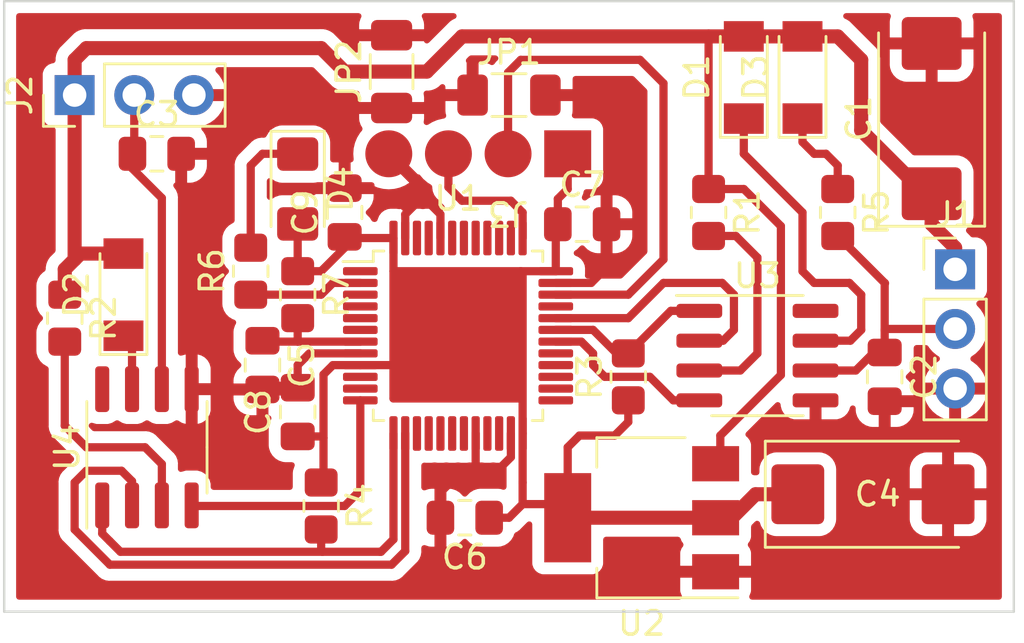
<source format=kicad_pcb>
(kicad_pcb (version 20211014) (generator pcbnew)
  (layers (0 "F.Cu" signal) (31 "B.Cu" signal) (34 "B.Paste" user) (35 "F.Paste" user) (36 "B.SilkS" user "B.Silkscreen") (37 "F.SilkS" user "F.Silkscreen") (38 "B.Mask" user) (39 "F.Mask" user) (44 "Edge.Cuts" user))
  (net 0 "")
  (net 1 "Net-(D1-Pad1)")
  (net 2 "+12V")
  (net 3 "Net-(D2-Pad1)")
  (net 4 "Net-(D3-Pad1)")
  (net 5 "/LIN1")
  (net 6 "GND")
  (net 7 "/LIN2")
  (net 8 "/SWDCLK")
  (net 9 "/SWDIO")
  (net 10 "+3V3")
  (net 11 "Net-(R1-Pad2)")
  (net 12 "Net-(R2-Pad2)")
  (net 13 "/RX1")
  (net 14 "/RX2")
  (net 16 "/LED")
  (net 23 "/TX2")
  (net 24 "/SLP2")
  (net 37 "/TX1")
  (net 38 "/SLP1")
  (net 50 "/RESET")
  (net 51 "Net-(D4-Pad1)")
  (footprint "Capacitor_Tantalum_SMD:CP_EIA-7343-31_Kemet-D_Pad2.25x2.55mm_HandSolder" (layer "F.Cu") (at 37 21)
    (fp_text reference "C4" (at 0.2 0) (layer "F.SilkS"))
    (fp_text value "100u 10V")
    (fp_line (start 3.65 -2.26) (end -4.585 -2.26) (layer "F.SilkS") (width 0.12))
    (fp_line (start -4.585 -2.26) (end -4.585 2.26) (layer "F.SilkS") (width 0.12))
    (fp_line (start -4.585 2.26) (end 3.65 2.26) (layer "F.SilkS") (width 0.12))
    (pad "1" smd roundrect locked (at -3.2 0) (size 2.25 2.55) (layers "F.Cu" "F.Paste" "F.Mask") (roundrect_rratio 0.1111111111) (net 10 "+3V3"))
    (pad "2" smd roundrect locked (at 3.2 0) (size 2.25 2.55) (layers "F.Cu" "F.Paste" "F.Mask") (roundrect_rratio 0.1111111111) (net 6 "GND"))
  )
  (footprint "Diode_SMD:D_MiniMELF" (layer "F.Cu") (at 5.08 12.5 90)
    (fp_text reference "D2" (at 0 -2 90) (layer "F.SilkS"))
    (fp_text value "LL4148")
    (fp_line (start -2.55 -1) (end -2.55 1) (layer "F.SilkS") (width 0.12))
    (fp_line (start 1.75 -1) (end -2.55 -1) (layer "F.SilkS") (width 0.12))
    (fp_line (start -2.55 1) (end 1.75 1) (layer "F.SilkS") (width 0.12))
    (pad "1" smd rect locked (at -1.75 0 90) (size 1.3 1.7) (layers "F.Cu" "F.Paste" "F.Mask") (net 3 "Net-(D2-Pad1)"))
    (pad "2" smd rect locked (at 1.75 0 90) (size 1.3 1.7) (layers "F.Cu" "F.Paste" "F.Mask") (net 2 "+12V"))
  )
  (footprint "Capacitor_SMD:C_0805_2012Metric_Pad1.18x1.45mm_HandSolder" (layer "F.Cu") (at 12.5 17.5 90)
    (fp_text reference "C8" (at 0 -1.68 90) (layer "F.SilkS"))
    (fp_text value "100n")
    (fp_line (start -0.261252 0.735) (end 0.261252 0.735) (layer "F.SilkS") (width 0.12))
    (fp_line (start -0.261252 -0.735) (end 0.261252 -0.735) (layer "F.SilkS") (width 0.12))
    (pad "1" smd roundrect locked (at -1.0375 0 90) (size 1.175 1.45) (layers "F.Cu" "F.Paste" "F.Mask") (roundrect_rratio 0.2127659574) (net 10 "+3V3"))
    (pad "2" smd roundrect locked (at 1.0375 0 90) (size 1.175 1.45) (layers "F.Cu" "F.Paste" "F.Mask") (roundrect_rratio 0.2127659574) (net 6 "GND"))
  )
  (footprint "Package_QFP:LQFP-48_7x7mm_P0.5mm" (layer "F.Cu") (at 19.33 14.25)
    (fp_text reference "U1" (at 0 -5.85) (layer "F.SilkS"))
    (fp_text value "STM32F103C8Tx")
    (fp_line (start 3.61 -3.61) (end 3.61 -3.16) (layer "F.SilkS") (width 0.12))
    (fp_line (start -3.16 -3.61) (end -3.61 -3.61) (layer "F.SilkS") (width 0.12))
    (fp_line (start 3.16 -3.61) (end 3.61 -3.61) (layer "F.SilkS") (width 0.12))
    (fp_line (start -3.61 -3.16) (end -4.9 -3.16) (layer "F.SilkS") (width 0.12))
    (fp_line (start -3.61 3.61) (end -3.61 3.16) (layer "F.SilkS") (width 0.12))
    (fp_line (start 3.61 3.61) (end 3.61 3.16) (layer "F.SilkS") (width 0.12))
    (fp_line (start 3.16 3.61) (end 3.61 3.61) (layer "F.SilkS") (width 0.12))
    (fp_line (start -3.61 -3.61) (end -3.61 -3.16) (layer "F.SilkS") (width 0.12))
    (fp_line (start -3.16 3.61) (end -3.61 3.61) (layer "F.SilkS") (width 0.12))
    (pad "1" smd roundrect (at -4.1625 -2.75) (size 1.475 0.35) (layers "F.Cu" "F.Paste" "F.Mask"))
    (pad "2" smd roundrect (at -4.1625 -2.25) (size 1.475 0.35) (layers "F.Cu" "F.Paste" "F.Mask") (net 16 "/LED"))
    (pad "3" smd roundrect (at -4.1625 -1.75) (size 1.475 0.35) (layers "F.Cu" "F.Paste" "F.Mask"))
    (pad "4" smd roundrect (at -4.1625 -1.25) (size 1.475 0.35) (layers "F.Cu" "F.Paste" "F.Mask"))
    (pad "5" smd roundrect (at -4.1625 -0.75) (size 1.475 0.35) (layers "F.Cu" "F.Paste" "F.Mask"))
    (pad "6" smd roundrect (at -4.1625 -0.25) (size 1.475 0.35) (layers "F.Cu" "F.Paste" "F.Mask"))
    (pad "7" smd roundrect (at -4.1625 0.25) (size 1.475 0.35) (layers "F.Cu" "F.Paste" "F.Mask") (net 50 "/RESET"))
    (pad "8" smd roundrect (at -4.1625 0.75) (size 1.475 0.35) (layers "F.Cu" "F.Paste" "F.Mask") (net 6 "GND"))
    (pad "9" smd roundrect (at -4.1625 1.25) (size 1.475 0.35) (layers "F.Cu" "F.Paste" "F.Mask") (net 10 "+3V3"))
    (pad "10" smd roundrect (at -4.1625 1.75) (size 1.475 0.35) (layers "F.Cu" "F.Paste" "F.Mask"))
    (pad "11" smd roundrect (at -4.1625 2.25) (size 1.475 0.35) (layers "F.Cu" "F.Paste" "F.Mask"))
    (pad "12" smd roundrect (at -4.1625 2.75) (size 1.475 0.35) (layers "F.Cu" "F.Paste" "F.Mask") (net 23 "/TX2"))
    (pad "13" smd roundrect (at -2.75 4.1625) (size 0.35 1.475) (layers "F.Cu" "F.Paste" "F.Mask") (net 14 "/RX2"))
    (pad "14" smd roundrect (at -2.25 4.1625) (size 0.35 1.475) (layers "F.Cu" "F.Paste" "F.Mask") (net 24 "/SLP2"))
    (pad "15" smd roundrect (at -1.75 4.1625) (size 0.35 1.475) (layers "F.Cu" "F.Paste" "F.Mask"))
    (pad "16" smd roundrect (at -1.25 4.1625) (size 0.35 1.475) (layers "F.Cu" "F.Paste" "F.Mask"))
    (pad "17" smd roundrect (at -0.75 4.1625) (size 0.35 1.475) (layers "F.Cu" "F.Paste" "F.Mask"))
    (pad "18" smd roundrect (at -0.25 4.1625) (size 0.35 1.475) (layers "F.Cu" "F.Paste" "F.Mask"))
    (pad "19" smd roundrect (at 0.25 4.1625) (size 0.35 1.475) (layers "F.Cu" "F.Paste" "F.Mask"))
    (pad "20" smd roundrect (at 0.75 4.1625) (size 0.35 1.475) (layers "F.Cu" "F.Paste" "F.Mask") (net 6 "GND"))
    (pad "21" smd roundrect (at 1.25 4.1625) (size 0.35 1.475) (layers "F.Cu" "F.Paste" "F.Mask"))
    (pad "22" smd roundrect (at 1.75 4.1625) (size 0.35 1.475) (layers "F.Cu" "F.Paste" "F.Mask"))
    (pad "23" smd roundrect (at 2.25 4.1625) (size 0.35 1.475) (layers "F.Cu" "F.Paste" "F.Mask") (net 6 "GND"))
    (pad "24" smd roundrect (at 2.75 4.1625) (size 0.35 1.475) (layers "F.Cu" "F.Paste" "F.Mask") (net 10 "+3V3"))
    (pad "25" smd roundrect (at 4.1625 2.75) (size 1.475 0.35) (layers "F.Cu" "F.Paste" "F.Mask"))
    (pad "26" smd roundrect (at 4.1625 2.25) (size 1.475 0.35) (layers "F.Cu" "F.Paste" "F.Mask"))
    (pad "27" smd roundrect (at 4.1625 1.75) (size 1.475 0.35) (layers "F.Cu" "F.Paste" "F.Mask"))
    (pad "28" smd roundrect (at 4.1625 1.25) (size 1.475 0.35) (layers "F.Cu" "F.Paste" "F.Mask"))
    (pad "29" smd roundrect (at 4.1625 0.75) (size 1.475 0.35) (layers "F.Cu" "F.Paste" "F.Mask"))
    (pad "30" smd roundrect (at 4.1625 0.25) (size 1.475 0.35) (layers "F.Cu" "F.Paste" "F.Mask") (net 37 "/TX1"))
    (pad "31" smd roundrect (at 4.1625 -0.25) (size 1.475 0.35) (layers "F.Cu" "F.Paste" "F.Mask") (net 13 "/RX1"))
    (pad "32" smd roundrect (at 4.1625 -0.75) (size 1.475 0.35) (layers "F.Cu" "F.Paste" "F.Mask") (net 38 "/SLP1"))
    (pad "33" smd roundrect (at 4.1625 -1.25) (size 1.475 0.35) (layers "F.Cu" "F.Paste" "F.Mask"))
    (pad "34" smd roundrect (at 4.1625 -1.75) (size 1.475 0.35) (layers "F.Cu" "F.Paste" "F.Mask") (net 9 "/SWDIO"))
    (pad "35" smd roundrect (at 4.1625 -2.25) (size 1.475 0.35) (layers "F.Cu" "F.Paste" "F.Mask") (net 6 "GND"))
    (pad "36" smd roundrect (at 4.1625 -2.75) (size 1.475 0.35) (layers "F.Cu" "F.Paste" "F.Mask") (net 10 "+3V3"))
    (pad "37" smd roundrect (at 2.75 -4.1625) (size 0.35 1.475) (layers "F.Cu" "F.Paste" "F.Mask") (net 8 "/SWDCLK"))
    (pad "38" smd roundrect (at 2.25 -4.1625) (size 0.35 1.475) (layers "F.Cu" "F.Paste" "F.Mask"))
    (pad "39" smd roundrect (at 1.75 -4.1625) (size 0.35 1.475) (layers "F.Cu" "F.Paste" "F.Mask"))
    (pad "40" smd roundrect (at 1.25 -4.1625) (size 0.35 1.475) (layers "F.Cu" "F.Paste" "F.Mask"))
    (pad "41" smd roundrect (at 0.75 -4.1625) (size 0.35 1.475) (layers "F.Cu" "F.Paste" "F.Mask"))
    (pad "42" smd roundrect (at 0.25 -4.1625) (size 0.35 1.475) (layers "F.Cu" "F.Paste" "F.Mask"))
    (pad "43" smd roundrect (at -0.25 -4.1625) (size 0.35 1.475) (layers "F.Cu" "F.Paste" "F.Mask"))
    (pad "44" smd roundrect (at -0.75 -4.1625) (size 0.35 1.475) (layers "F.Cu" "F.Paste" "F.Mask") (net 6 "GND"))
    (pad "45" smd roundrect (at -1.25 -4.1625) (size 0.35 1.475) (layers "F.Cu" "F.Paste" "F.Mask"))
    (pad "46" smd roundrect (at -1.75 -4.1625) (size 0.35 1.475) (layers "F.Cu" "F.Paste" "F.Mask"))
    (pad "47" smd roundrect (at -2.25 -4.1625) (size 0.35 1.475) (layers "F.Cu" "F.Paste" "F.Mask") (net 6 "GND"))
    (pad "48" smd roundrect (at -2.75 -4.1625) (size 0.35 1.475) (layers "F.Cu" "F.Paste" "F.Mask") (net 10 "+3V3"))
  )
  (footprint "Resistor_SMD:R_0805_2012Metric_Pad1.20x1.40mm_HandSolder" (layer "F.Cu") (at 35.5 9 -90)
    (fp_text reference "R5" (at 0 -1.65 90) (layer "F.SilkS"))
    (fp_text value "1k")
    (fp_line (start -0.227064 -0.735) (end 0.227064 -0.735) (layer "F.SilkS") (width 0.12))
    (fp_line (start -0.227064 0.735) (end 0.227064 0.735) (layer "F.SilkS") (width 0.12))
    (pad "1" smd roundrect locked (at -1 0 270) (size 1.2 1.4) (layers "F.Cu" "F.Paste" "F.Mask") (roundrect_rratio 0.2083333333) (net 4 "Net-(D3-Pad1)"))
    (pad "2" smd roundrect locked (at 1 0 270) (size 1.2 1.4) (layers "F.Cu" "F.Paste" "F.Mask") (roundrect_rratio 0.2083333333) (net 5 "/LIN1"))
  )
  (footprint "Resistor_SMD:R_0805_2012Metric_Pad1.20x1.40mm_HandSolder" (layer "F.Cu") (at 10.5 11.5 90)
    (fp_text reference "R6" (at 0 -1.65 90) (layer "F.SilkS"))
    (fp_text value "510")
    (fp_line (start -0.227064 -0.735) (end 0.227064 -0.735) (layer "F.SilkS") (width 0.12))
    (fp_line (start -0.227064 0.735) (end 0.227064 0.735) (layer "F.SilkS") (width 0.12))
    (pad "1" smd roundrect (at -1 0 90) (size 1.2 1.4) (layers "F.Cu" "F.Paste" "F.Mask") (roundrect_rratio 0.208333) (net 16 "/LED"))
    (pad "2" smd roundrect (at 1 0 90) (size 1.2 1.4) (layers "F.Cu" "F.Paste" "F.Mask") (roundrect_rratio 0.208333) (net 51 "Net-(D4-Pad1)"))
  )
  (footprint "Capacitor_SMD:C_0805_2012Metric_Pad1.18x1.45mm_HandSolder" (layer "F.Cu") (at 11 15.5 -90)
    (fp_text reference "C5" (at 0 -1.68 -270) (layer "F.SilkS"))
    (fp_text value "100n")
    (fp_line (start -0.261252 0.735) (end 0.261252 0.735) (layer "F.SilkS") (width 0.12))
    (fp_line (start -0.261252 -0.735) (end 0.261252 -0.735) (layer "F.SilkS") (width 0.12))
    (pad "1" smd roundrect locked (at -1.0375 0 270) (size 1.175 1.45) (layers "F.Cu" "F.Paste" "F.Mask") (roundrect_rratio 0.2127659574) (net 50 "/RESET"))
    (pad "2" smd roundrect locked (at 1.0375 0 270) (size 1.175 1.45) (layers "F.Cu" "F.Paste" "F.Mask") (roundrect_rratio 0.2127659574) (net 6 "GND"))
  )
  (footprint "Diode_SMD:D_MiniMELF" (layer "F.Cu") (at 31.5 3.25 90)
    (fp_text reference "D1" (at 0 -2 90) (layer "F.SilkS"))
    (fp_text value "LL4148")
    (fp_line (start 1.75 -1) (end -2.55 -1) (layer "F.SilkS") (width 0.12))
    (fp_line (start -2.55 1) (end 1.75 1) (layer "F.SilkS") (width 0.12))
    (fp_line (start -2.55 -1) (end -2.55 1) (layer "F.SilkS") (width 0.12))
    (pad "1" smd rect locked (at -1.75 0 90) (size 1.3 1.7) (layers "F.Cu" "F.Paste" "F.Mask") (net 1 "Net-(D1-Pad1)"))
    (pad "2" smd rect locked (at 1.75 0 90) (size 1.3 1.7) (layers "F.Cu" "F.Paste" "F.Mask") (net 2 "+12V"))
  )
  (footprint "Resistor_SMD:R_1206_3216Metric_Pad1.30x1.75mm_HandSolder" (layer "F.Cu") (at 16.5 3 90)
    (fp_text reference "JP2" (at 0 -1.82 90) (layer "F.SilkS"))
    (fp_text value "0")
    (fp_line (start -0.727064 -0.91) (end 0.727064 -0.91) (layer "F.SilkS") (width 0.12))
    (fp_line (start -0.727064 0.91) (end 0.727064 0.91) (layer "F.SilkS") (width 0.12))
    (pad "1" smd roundrect locked (at -1.55 0 90) (size 1.3 1.75) (layers "F.Cu" "F.Paste" "F.Mask") (roundrect_rratio 0.1923076923) (net 6 "GND"))
    (pad "2" smd roundrect locked (at 1.55 0 90) (size 1.3 1.75) (layers "F.Cu" "F.Paste" "F.Mask") (roundrect_rratio 0.1923076923) (net 6 "GND"))
  )
  (footprint "Resistor_SMD:R_0805_2012Metric_Pad1.20x1.40mm_HandSolder" (layer "F.Cu") (at 13.5 21.5 -90)
    (fp_text reference "R4" (at 0 -1.65 90) (layer "F.SilkS"))
    (fp_text value "10k")
    (fp_line (start -0.227064 -0.735) (end 0.227064 -0.735) (layer "F.SilkS") (width 0.12))
    (fp_line (start -0.227064 0.735) (end 0.227064 0.735) (layer "F.SilkS") (width 0.12))
    (pad "1" smd roundrect locked (at -1 0 270) (size 1.2 1.4) (layers "F.Cu" "F.Paste" "F.Mask") (roundrect_rratio 0.2083333333) (net 10 "+3V3"))
    (pad "2" smd roundrect locked (at 1 0 270) (size 1.2 1.4) (layers "F.Cu" "F.Paste" "F.Mask") (roundrect_rratio 0.2083333333) (net 14 "/RX2"))
  )
  (footprint "Capacitor_SMD:C_0805_2012Metric_Pad1.18x1.45mm_HandSolder" (layer "F.Cu") (at 37.5 16 -90)
    (fp_text reference "C2" (at 0 -1.68 90) (layer "F.SilkS"))
    (fp_text value "1n")
    (fp_line (start -0.261252 0.735) (end 0.261252 0.735) (layer "F.SilkS") (width 0.12))
    (fp_line (start -0.261252 -0.735) (end 0.261252 -0.735) (layer "F.SilkS") (width 0.12))
    (pad "1" smd roundrect locked (at -1.0375 0 270) (size 1.175 1.45) (layers "F.Cu" "F.Paste" "F.Mask") (roundrect_rratio 0.2127659574) (net 5 "/LIN1"))
    (pad "2" smd roundrect locked (at 1.0375 0 270) (size 1.175 1.45) (layers "F.Cu" "F.Paste" "F.Mask") (roundrect_rratio 0.2127659574) (net 6 "GND"))
  )
  (footprint "Package_SO:SOIC-8_3.9x4.9mm_P1.27mm" (layer "F.Cu") (at 32.08 15.095)
    (fp_text reference "U3" (at 0 -3.4) (layer "F.SilkS"))
    (fp_text value "TJA1021T")
    (fp_line (start 0 -2.56) (end -3.45 -2.56) (layer "F.SilkS") (width 0.12))
    (fp_line (start 0 2.56) (end 1.95 2.56) (layer "F.SilkS") (width 0.12))
    (fp_line (start 0 -2.56) (end 1.95 -2.56) (layer "F.SilkS") (width 0.12))
    (fp_line (start 0 2.56) (end -1.95 2.56) (layer "F.SilkS") (width 0.12))
    (pad "1" smd roundrect locked (at -2.475 -1.905) (size 1.95 0.6) (layers "F.Cu" "F.Paste" "F.Mask") (net 13 "/RX1"))
    (pad "2" smd roundrect locked (at -2.475 -0.635) (size 1.95 0.6) (layers "F.Cu" "F.Paste" "F.Mask") (net 38 "/SLP1"))
    (pad "3" smd roundrect locked (at -2.475 0.635) (size 1.95 0.6) (layers "F.Cu" "F.Paste" "F.Mask") (net 11 "Net-(R1-Pad2)"))
    (pad "4" smd roundrect locked (at -2.475 1.905) (size 1.95 0.6) (layers "F.Cu" "F.Paste" "F.Mask") (net 37 "/TX1"))
    (pad "5" smd roundrect locked (at 2.475 1.905) (size 1.95 0.6) (layers "F.Cu" "F.Paste" "F.Mask") (net 6 "GND"))
    (pad "6" smd roundrect locked (at 2.475 0.635) (size 1.95 0.6) (layers "F.Cu" "F.Paste" "F.Mask") (net 5 "/LIN1"))
    (pad "7" smd roundrect locked (at 2.475 -0.635) (size 1.95 0.6) (layers "F.Cu" "F.Paste" "F.Mask") (net 1 "Net-(D1-Pad1)"))
    (pad "8" smd roundrect locked (at 2.475 -1.905) (size 1.95 0.6) (layers "F.Cu" "F.Paste" "F.Mask"))
  )
  (footprint "LED_SMD:LED_1206_3216Metric_Pad1.42x1.75mm_HandSolder" (layer "F.Cu") (at 12.5 8 -90)
    (fp_text reference "D4" (at 0 -1.82 90) (layer "F.SilkS"))
    (fp_text value "LED")
    (fp_line (start -2.46 -1.135) (end -2.46 1.135) (layer "F.SilkS") (width 0.12))
    (fp_line (start -2.46 1.135) (end 1.6 1.135) (layer "F.SilkS") (width 0.12))
    (fp_line (start 1.6 -1.135) (end -2.46 -1.135) (layer "F.SilkS") (width 0.12))
    (pad "1" smd roundrect (at -1.4875 0 270) (size 1.425 1.75) (layers "F.Cu" "F.Paste" "F.Mask") (roundrect_rratio 0.175439) (net 51 "Net-(D4-Pad1)"))
    (pad "2" smd roundrect (at 1.4875 0 270) (size 1.425 1.75) (layers "F.Cu" "F.Paste" "F.Mask") (roundrect_rratio 0.175439) (net 10 "+3V3"))
  )
  (footprint "Resistor_SMD:R_0805_2012Metric_Pad1.20x1.40mm_HandSolder" (layer "F.Cu") (at 12.5 12.5 -90)
    (fp_text reference "R7" (at 0 -1.65 90) (layer "F.SilkS"))
    (fp_text value "10k")
    (fp_line (start -0.227064 -0.735) (end 0.227064 -0.735) (layer "F.SilkS") (width 0.12))
    (fp_line (start -0.227064 0.735) (end 0.227064 0.735) (layer "F.SilkS") (width 0.12))
    (pad "1" smd roundrect locked (at -1 0 270) (size 1.2 1.4) (layers "F.Cu" "F.Paste" "F.Mask") (roundrect_rratio 0.2083333333) (net 10 "+3V3"))
    (pad "2" smd roundrect locked (at 1 0 270) (size 1.2 1.4) (layers "F.Cu" "F.Paste" "F.Mask") (roundrect_rratio 0.2083333333) (net 50 "/RESET"))
  )
  (footprint "Diode_SMD:D_MiniMELF" (layer "F.Cu") (at 34 3.25 90)
    (fp_text reference "D3" (at 0 -2 90) (layer "F.SilkS"))
    (fp_text value "LL4148")
    (fp_line (start -2.55 1) (end 1.75 1) (layer "F.SilkS") (width 0.12))
    (fp_line (start 1.75 -1) (end -2.55 -1) (layer "F.SilkS") (width 0.12))
    (fp_line (start -2.55 -1) (end -2.55 1) (layer "F.SilkS") (width 0.12))
    (pad "1" smd rect locked (at -1.75 0 90) (size 1.3 1.7) (layers "F.Cu" "F.Paste" "F.Mask") (net 4 "Net-(D3-Pad1)"))
    (pad "2" smd rect locked (at 1.75 0 90) (size 1.3 1.7) (layers "F.Cu" "F.Paste" "F.Mask") (net 2 "+12V"))
  )
  (footprint "Capacitor_SMD:C_0805_2012Metric_Pad1.18x1.45mm_HandSolder" (layer "F.Cu") (at 6.5 6.5)
    (fp_text reference "C3" (at 0 -1.68) (layer "F.SilkS"))
    (fp_text value "1n")
    (fp_line (start -0.261252 -0.735) (end 0.261252 -0.735) (layer "F.SilkS") (width 0.12))
    (fp_line (start -0.261252 0.735) (end 0.261252 0.735) (layer "F.SilkS") (width 0.12))
    (pad "1" smd roundrect locked (at -1.0375 0) (size 1.175 1.45) (layers "F.Cu" "F.Paste" "F.Mask") (roundrect_rratio 0.2127659574) (net 7 "/LIN2"))
    (pad "2" smd roundrect locked (at 1.0375 0) (size 1.175 1.45) (layers "F.Cu" "F.Paste" "F.Mask") (roundrect_rratio 0.2127659574) (net 6 "GND"))
  )
  (footprint "Capacitor_SMD:C_0805_2012Metric_Pad1.18x1.45mm_HandSolder" (layer "F.Cu") (at 14.5 9 90)
    (fp_text reference "C9" (at 0 -1.68 90) (layer "F.SilkS"))
    (fp_text value "100n")
    (fp_line (start -0.261252 -0.735) (end 0.261252 -0.735) (layer "F.SilkS") (width 0.12))
    (fp_line (start -0.261252 0.735) (end 0.261252 0.735) (layer "F.SilkS") (width 0.12))
    (pad "1" smd roundrect locked (at -1.0375 0 90) (size 1.175 1.45) (layers "F.Cu" "F.Paste" "F.Mask") (roundrect_rratio 0.2127659574) (net 10 "+3V3"))
    (pad "2" smd roundrect locked (at 1.0375 0 90) (size 1.175 1.45) (layers "F.Cu" "F.Paste" "F.Mask") (roundrect_rratio 0.2127659574) (net 6 "GND"))
  )
  (footprint "Package_TO_SOT_SMD:SOT-223-3_TabPin2" (layer "F.Cu") (at 27.15 22 180)
    (fp_text reference "U2" (at 0 -4.5) (layer "F.SilkS"))
    (fp_text value "AMS1117-3.3")
    (fp_line (start -4.1 -3.41) (end 1.91 -3.41) (layer "F.SilkS") (width 0.12))
    (fp_line (start 1.91 3.41) (end 1.91 2.15) (layer "F.SilkS") (width 0.12))
    (fp_line (start -1.85 3.41) (end 1.91 3.41) (layer "F.SilkS") (width 0.12))
    (fp_line (start 1.91 -3.41) (end 1.91 -2.15) (layer "F.SilkS") (width 0.12))
    (pad "1" smd rect (at -3.15 -2.3 180) (size 2 1.5) (layers "F.Cu" "F.Paste" "F.Mask") (net 6 "GND"))
    (pad "2" smd rect (at 3.15 0 180) (size 2 3.8) (layers "F.Cu" "F.Paste" "F.Mask") (net 10 "+3V3"))
    (pad "2" smd rect (at -3.15 0 180) (size 2 1.5) (layers "F.Cu" "F.Paste" "F.Mask") (net 10 "+3V3"))
    (pad "3" smd rect (at -3.15 2.3 180) (size 2 1.5) (layers "F.Cu" "F.Paste" "F.Mask") (net 2 "+12V"))
  )
  (footprint "Connector_PinHeader_2.54mm:PinHeader_1x03_P2.54mm_Vertical" (layer "F.Cu") (at 3 4 90)
    (fp_text reference "J2" (at 0 -2.33 90) (layer "F.SilkS"))
    (fp_text value "LIN2")
    (fp_line (start -1.33 -1.33) (end 0 -1.33) (layer "F.SilkS") (width 0.12))
    (fp_line (start -1.33 6.41) (end 1.33 6.41) (layer "F.SilkS") (width 0.12))
    (fp_line (start -1.33 1.27) (end 1.33 1.27) (layer "F.SilkS") (width 0.12))
    (fp_line (start -1.33 1.27) (end -1.33 6.41) (layer "F.SilkS") (width 0.12))
    (fp_line (start -1.33 0) (end -1.33 -1.33) (layer "F.SilkS") (width 0.12))
    (fp_line (start 1.33 1.27) (end 1.33 6.41) (layer "F.SilkS") (width 0.12))
    (pad "1" thru_hole rect locked (at 0 0 90) (size 1.7 1.7) (drill 1) (layers *.Cu *.Mask) (net 2 "+12V"))
    (pad "2" thru_hole oval locked (at 0 2.54 90) (size 1.7 1.7) (drill 1) (layers *.Cu *.Mask) (net 7 "/LIN2"))
    (pad "3" thru_hole oval locked (at 0 5.08 90) (size 1.7 1.7) (drill 1) (layers *.Cu *.Mask) (net 6 "GND"))
  )
  (footprint "STM32_modules:JTAG_SMD_CONNECTOR" (layer "F.Cu") (at 24 6.5 180)
    (fp_text reference "J3" (at 2.54 -2.54 180 unlocked) (layer "F.SilkS"))
    (fp_text value "Conn_01x04")
    (pad "1" smd rect (at 0 0 180) (size 2 2) (layers "F.Cu" "F.Paste" "F.Mask") (net 10 "+3V3"))
    (pad "2" smd circle (at 2.54 0 180) (size 2 2) (layers "F.Cu" "F.Paste" "F.Mask") (net 9 "/SWDIO"))
    (pad "3" smd circle (at 5.08 0 180) (size 2 2) (layers "F.Cu" "F.Paste" "F.Mask") (net 8 "/SWDCLK"))
    (pad "4" smd circle (at 7.62 0 180) (size 2 2) (layers "F.Cu" "F.Paste" "F.Mask") (net 6 "GND"))
  )
  (footprint "Resistor_SMD:R_0805_2012Metric_Pad1.20x1.40mm_HandSolder" (layer "F.Cu") (at 30 9 -90)
    (fp_text reference "R1" (at 0 -1.65 90) (layer "F.SilkS"))
    (fp_text value "10k")
    (fp_line (start -0.227064 0.735) (end 0.227064 0.735) (layer "F.SilkS") (width 0.12))
    (fp_line (start -0.227064 -0.735) (end 0.227064 -0.735) (layer "F.SilkS") (width 0.12))
    (pad "1" smd roundrect locked (at -1 0 270) (size 1.2 1.4) (layers "F.Cu" "F.Paste" "F.Mask") (roundrect_rratio 0.2083333333) (net 2 "+12V"))
    (pad "2" smd roundrect locked (at 1 0 270) (size 1.2 1.4) (layers "F.Cu" "F.Paste" "F.Mask") (roundrect_rratio 0.2083333333) (net 11 "Net-(R1-Pad2)"))
  )
  (footprint "Resistor_SMD:R_1206_3216Metric_Pad1.30x1.75mm_HandSolder" (layer "F.Cu") (at 21.5 4)
    (fp_text reference "JP1" (at 0 -1.82) (layer "F.SilkS"))
    (fp_text value "0")
    (fp_line (start -0.727064 -0.91) (end 0.727064 -0.91) (layer "F.SilkS") (width 0.12))
    (fp_line (start -0.727064 0.91) (end 0.727064 0.91) (layer "F.SilkS") (width 0.12))
    (pad "1" smd roundrect locked (at -1.55 0) (size 1.3 1.75) (layers "F.Cu" "F.Paste" "F.Mask") (roundrect_rratio 0.1923076923) (net 6 "GND"))
    (pad "2" smd roundrect locked (at 1.55 0) (size 1.3 1.75) (layers "F.Cu" "F.Paste" "F.Mask") (roundrect_rratio 0.1923076923) (net 6 "GND"))
  )
  (footprint "Package_SO:SOIC-8_3.9x4.9mm_P1.27mm" (layer "F.Cu") (at 6.08 19 90)
    (fp_text reference "U4" (at 0 -3.4 90) (layer "F.SilkS"))
    (fp_text value "TJA1021T")
    (fp_line (start 0 -2.56) (end -3.45 -2.56) (layer "F.SilkS") (width 0.12))
    (fp_line (start 0 2.56) (end 1.95 2.56) (layer "F.SilkS") (width 0.12))
    (fp_line (start 0 2.56) (end -1.95 2.56) (layer "F.SilkS") (width 0.12))
    (fp_line (start 0 -2.56) (end 1.95 -2.56) (layer "F.SilkS") (width 0.12))
    (pad "1" smd roundrect locked (at -2.475 -1.905 90) (size 1.95 0.6) (layers "F.Cu" "F.Paste" "F.Mask") (net 14 "/RX2"))
    (pad "2" smd roundrect locked (at -2.475 -0.635 90) (size 1.95 0.6) (layers "F.Cu" "F.Paste" "F.Mask") (net 24 "/SLP2"))
    (pad "3" smd roundrect locked (at -2.475 0.635 90) (size 1.95 0.6) (layers "F.Cu" "F.Paste" "F.Mask") (net 12 "Net-(R2-Pad2)"))
    (pad "4" smd roundrect locked (at -2.475 1.905 90) (size 1.95 0.6) (layers "F.Cu" "F.Paste" "F.Mask") (net 23 "/TX2"))
    (pad "5" smd roundrect locked (at 2.475 1.905 90) (size 1.95 0.6) (layers "F.Cu" "F.Paste" "F.Mask") (net 6 "GND"))
    (pad "6" smd roundrect locked (at 2.475 0.635 90) (size 1.95 0.6) (layers "F.Cu" "F.Paste" "F.Mask") (net 7 "/LIN2"))
    (pad "7" smd roundrect locked (at 2.475 -0.635 90) (size 1.95 0.6) (layers "F.Cu" "F.Paste" "F.Mask") (net 3 "Net-(D2-Pad1)"))
    (pad "8" smd roundrect locked (at 2.475 -1.905 90) (size 1.95 0.6) (layers "F.Cu" "F.Paste" "F.Mask"))
  )
  (footprint "Resistor_SMD:R_0805_2012Metric_Pad1.20x1.40mm_HandSolder" (layer "F.Cu") (at 2.58 13.5 -90)
    (fp_text reference "R2" (at 0 -1.65 90) (layer "F.SilkS"))
    (fp_text value "10k")
    (fp_line (start -0.227064 -0.735) (end 0.227064 -0.735) (layer "F.SilkS") (width 0.12))
    (fp_line (start -0.227064 0.735) (end 0.227064 0.735) (layer "F.SilkS") (width 0.12))
    (pad "1" smd roundrect locked (at -1 0 270) (size 1.2 1.4) (layers "F.Cu" "F.Paste" "F.Mask") (roundrect_rratio 0.2083333333) (net 2 "+12V"))
    (pad "2" smd roundrect locked (at 1 0 270) (size 1.2 1.4) (layers "F.Cu" "F.Paste" "F.Mask") (roundrect_rratio 0.2083333333) (net 12 "Net-(R2-Pad2)"))
  )
  (footprint "Capacitor_SMD:C_0805_2012Metric_Pad1.18x1.45mm_HandSolder" (layer "F.Cu") (at 19.6175 22 180)
    (fp_text reference "C6" (at 0 -1.68) (layer "F.SilkS"))
    (fp_text value "100n")
    (fp_line (start -0.261252 -0.735) (end 0.261252 -0.735) (layer "F.SilkS") (width 0.12))
    (fp_line (start -0.261252 0.735) (end 0.261252 0.735) (layer "F.SilkS") (width 0.12))
    (pad "1" smd roundrect locked (at -1.0375 0 180) (size 1.175 1.45) (layers "F.Cu" "F.Paste" "F.Mask") (roundrect_rratio 0.2127659574) (net 10 "+3V3"))
    (pad "2" smd roundrect locked (at 1.0375 0 180) (size 1.175 1.45) (layers "F.Cu" "F.Paste" "F.Mask") (roundrect_rratio 0.2127659574) (net 6 "GND"))
  )
  (footprint "Resistor_SMD:R_0805_2012Metric_Pad1.20x1.40mm_HandSolder" (layer "F.Cu") (at 26.58 16 90)
    (fp_text reference "R3" (at 0 -1.65 90) (layer "F.SilkS"))
    (fp_text value "10k")
    (fp_line (start -0.227064 0.735) (end 0.227064 0.735) (layer "F.SilkS") (width 0.12))
    (fp_line (start -0.227064 -0.735) (end 0.227064 -0.735) (layer "F.SilkS") (width 0.12))
    (pad "1" smd roundrect locked (at -1 0 90) (size 1.2 1.4) (layers "F.Cu" "F.Paste" "F.Mask") (roundrect_rratio 0.2083333333) (net 10 "+3V3"))
    (pad "2" smd roundrect locked (at 1 0 90) (size 1.2 1.4) (layers "F.Cu" "F.Paste" "F.Mask") (roundrect_rratio 0.2083333333) (net 13 "/RX1"))
  )
  (footprint "Capacitor_Tantalum_SMD:CP_EIA-7343-31_Kemet-D_Pad2.25x2.55mm_HandSolder" (layer "F.Cu") (at 39.5 5 90)
    (fp_text reference "C1" (at 0 -3.1 90) (layer "F.SilkS"))
    (fp_text value "10u 35V")
    (fp_line (start -4.585 -2.26) (end -4.585 2.26) (layer "F.SilkS") (width 0.12))
    (fp_line (start 3.65 -2.26) (end -4.585 -2.26) (layer "F.SilkS") (width 0.12))
    (fp_line (start -4.585 2.26) (end 3.65 2.26) (layer "F.SilkS") (width 0.12))
    (pad "1" smd roundrect locked (at -3.2 0 90) (size 2.25 2.55) (layers "F.Cu" "F.Paste" "F.Mask") (roundrect_rratio 0.1111111111) (net 2 "+12V"))
    (pad "2" smd roundrect locked (at 3.2 0 90) (size 2.25 2.55) (layers "F.Cu" "F.Paste" "F.Mask") (roundrect_rratio 0.1111111111) (net 6 "GND"))
  )
  (footprint "Capacitor_SMD:C_0805_2012Metric_Pad1.18x1.45mm_HandSolder" (layer "F.Cu") (at 24.6175 9.5)
    (fp_text reference "C7" (at 0 -1.68) (layer "F.SilkS"))
    (fp_text value "100n")
    (fp_line (start -0.261252 0.735) (end 0.261252 0.735) (layer "F.SilkS") (width 0.12))
    (fp_line (start -0.261252 -0.735) (end 0.261252 -0.735) (layer "F.SilkS") (width 0.12))
    (pad "1" smd roundrect locked (at -1.0375 0) (size 1.175 1.45) (layers "F.Cu" "F.Paste" "F.Mask") (roundrect_rratio 0.2127659574) (net 10 "+3V3"))
    (pad "2" smd roundrect locked (at 1.0375 0) (size 1.175 1.45) (layers "F.Cu" "F.Paste" "F.Mask") (roundrect_rratio 0.2127659574) (net 6 "GND"))
  )
  (footprint "Connector_PinHeader_2.54mm:PinHeader_1x03_P2.54mm_Vertical" (layer "F.Cu") (at 40.5 11.42)
    (fp_text reference "J1" (at 0 -2.33) (layer "F.SilkS"))
    (fp_text value "LIN1")
    (fp_line (start 1.33 1.27) (end 1.33 6.41) (layer "F.SilkS") (width 0.12))
    (fp_line (start -1.33 1.27) (end -1.33 6.41) (layer "F.SilkS") (width 0.12))
    (fp_line (start -1.33 0) (end -1.33 -1.33) (layer "F.SilkS") (width 0.12))
    (fp_line (start -1.33 -1.33) (end 0 -1.33) (layer "F.SilkS") (width 0.12))
    (fp_line (start -1.33 6.41) (end 1.33 6.41) (layer "F.SilkS") (width 0.12))
    (fp_line (start -1.33 1.27) (end 1.33 1.27) (layer "F.SilkS") (width 0.12))
    (pad "1" thru_hole rect locked (at 0 0) (size 1.7 1.7) (drill 1) (layers *.Cu *.Mask) (net 2 "+12V"))
    (pad "2" thru_hole oval locked (at 0 2.54) (size 1.7 1.7) (drill 1) (layers *.Cu *.Mask) (net 5 "/LIN1"))
    (pad "3" thru_hole oval locked (at 0 5.08) (size 1.7 1.7) (drill 1) (layers *.Cu *.Mask) (net 6 "GND"))
  )
  (gr_line (start 0 0) (end 43 0) (layer "Edge.Cuts") (width 0.1))
  (gr_line (start 43 26) (end 0 26) (layer "Edge.Cuts") (width 0.1))
  (gr_line (start 43 0) (end 43 26) (layer "Edge.Cuts") (width 0.1))
  (gr_line (start 0 26) (end 0 0) (layer "Edge.Cuts") (width 0.1))
  (segment (start 36.5 12.5) (end 36 12) (width 0.35) (layer "F.Cu") (net 1))
  (segment (start 34.555 14.46) (end 36.04 14.46) (width 0.35) (layer "F.Cu") (net 1))
  (segment (start 36.5 14) (end 36.5 12.5) (width 0.35) (layer "F.Cu") (net 1))
  (segment (start 34 11.5) (end 34 9) (width 0.35) (layer "F.Cu") (net 1))
  (segment (start 36 12) (end 34.5 12) (width 0.35) (layer "F.Cu") (net 1))
  (segment (start 31.5 6.5) (end 31.5 5) (width 0.35) (layer "F.Cu") (net 1))
  (segment (start 34.5 12) (end 34 11.5) (width 0.35) (layer "F.Cu") (net 1))
  (segment (start 36.04 14.46) (end 36.5 14) (width 0.35) (layer "F.Cu") (net 1))
  (segment (start 34 9) (end 31.5 6.5) (width 0.35) (layer "F.Cu") (net 1))
  (segment (start 5.08 10.75) (end 3.25 10.75) (width 0.6) (layer "F.Cu") (net 2))
  (segment (start 40.5 10.5) (end 39.5 9.5) (width 0.6) (layer "F.Cu") (net 2))
  (segment (start 30.5 19.5) (end 30.5 18.5) (width 0.35) (layer "F.Cu") (net 2))
  (segment (start 30 1.5) (end 35.5 1.5) (width 0.6) (layer "F.Cu") (net 2))
  (segment (start 36.5 2.5) (end 36.5 5.5) (width 0.6) (layer "F.Cu") (net 2))
  (segment (start 30 8) (end 30 1.5) (width 0.35) (layer "F.Cu") (net 2))
  (segment (start 39.2 8.2) (end 39.5 8.2) (width 0.6) (layer "F.Cu") (net 2))
  (segment (start 3 11) (end 3 4) (width 0.6) (layer "F.Cu") (net 2))
  (segment (start 3.25 10.75) (end 3 11) (width 0.6) (layer "F.Cu") (net 2))
  (segment (start 3.5 2) (end 13.5 2) (width 0.6) (layer "F.Cu") (net 2))
  (segment (start 3 4) (end 3 2.5) (width 0.6) (layer "F.Cu") (net 2))
  (segment (start 40.5 11.42) (end 40.5 10.5) (width 0.6) (layer "F.Cu") (net 2))
  (segment (start 3 2.5) (end 3.5 2) (width 0.6) (layer "F.Cu") (net 2))
  (segment (start 18 3) (end 19.5 1.5) (width 0.6) (layer "F.Cu") (net 2))
  (segment (start 30.5 18.5) (end 33.08 15.92) (width 0.35) (layer "F.Cu") (net 2))
  (segment (start 39.5 9.5) (end 39.5 8.2) (width 0.6) (layer "F.Cu") (net 2))
  (segment (start 35.5 1.5) (end 36.5 2.5) (width 0.6) (layer "F.Cu") (net 2))
  (segment (start 14.5 3) (end 18 3) (width 0.6) (layer "F.Cu") (net 2))
  (segment (start 31.5 8) (end 30 8) (width 0.35) (layer "F.Cu") (net 2))
  (segment (start 3 11) (end 2.58 11.42) (width 0.6) (layer "F.Cu") (net 2))
  (segment (start 2.58 11.42) (end 2.58 12.5) (width 0.6) (layer "F.Cu") (net 2))
  (segment (start 30.3 19.7) (end 30.5 19.5) (width 0.35) (layer "F.Cu") (net 2))
  (segment (start 19.5 1.5) (end 30 1.5) (width 0.6) (layer "F.Cu") (net 2))
  (segment (start 36.5 5.5) (end 39.2 8.2) (width 0.6) (layer "F.Cu") (net 2))
  (segment (start 33.08 9.58) (end 31.5 8) (width 0.35) (layer "F.Cu") (net 2))
  (segment (start 33.08 15.92) (end 33.08 9.58) (width 0.35) (layer "F.Cu") (net 2))
  (segment (start 13.5 2) (end 14.5 3) (width 0.6) (layer "F.Cu") (net 2))
  (segment (start 5.445 16.525) (end 5.445 14.615) (width 0.35) (layer "F.Cu") (net 3))
  (segment (start 5.445 14.615) (end 5.08 14.25) (width 0.35) (layer "F.Cu") (net 3))
  (segment (start 34 6) (end 34.5 6.5) (width 0.35) (layer "F.Cu") (net 4))
  (segment (start 35 6.5) (end 35.5 7) (width 0.35) (layer "F.Cu") (net 4))
  (segment (start 34 5) (end 34 6) (width 0.35) (layer "F.Cu") (net 4))
  (segment (start 35.5 7) (end 35.5 8) (width 0.35) (layer "F.Cu") (net 4))
  (segment (start 34.5 6.5) (end 35 6.5) (width 0.35) (layer "F.Cu") (net 4))
  (segment (start 34.555 15.73) (end 36.27 15.73) (width 0.35) (layer "F.Cu") (net 5))
  (segment (start 37.5 12) (end 35.5 10) (width 0.35) (layer "F.Cu") (net 5))
  (segment (start 37.5 14) (end 37.5 12) (width 0.35) (layer "F.Cu") (net 5))
  (segment (start 36.27 15.73) (end 37.5 14.5) (width 0.35) (layer "F.Cu") (net 5))
  (segment (start 37.515 12.015) (end 37.5 12) (width 0.35) (layer "F.Cu") (net 5))
  (segment (start 40.5 13.96) (end 37.54 13.96) (width 0.35) (layer "F.Cu") (net 5))
  (segment (start 37.54 13.96) (end 37.5 14) (width 0.35) (layer "F.Cu") (net 5))
  (segment (start 37.5 14.5) (end 37.5 14) (width 0.35) (layer "F.Cu") (net 5))
  (segment (start 21.58 19.42) (end 20.5 20.5) (width 0.35) (layer "F.Cu") (net 6))
  (segment (start 17.66 8.5) (end 18 8.5) (width 0.35) (layer "F.Cu") (net 6))
  (segment (start 18.58 9.08) (end 18 8.5) (width 0.35) (layer "F.Cu") (net 6))
  (segment (start 17.08 10.0875) (end 17.08 9.08) (width 0.35) (layer "F.Cu") (net 6))
  (segment (start 18.58 22) (end 18.58 20.92) (width 0.35) (layer "F.Cu") (net 6))
  (segment (start 12.5 15.5) (end 12.95 15.05) (width 0.35) (layer "F.Cu") (net 6))
  (segment (start 18.58 20.92) (end 19 20.5) (width 0.35) (layer "F.Cu") (net 6))
  (segment (start 25.655 9.5) (end 25.655 11.345) (width 0.35) (layer "F.Cu") (net 6))
  (segment (start 12.5 16.4625) (end 12.5 15.5) (width 0.35) (layer "F.Cu") (net 6))
  (segment (start 15.1675 15) (end 13 15) (width 0.35) (layer "F.Cu") (net 6))
  (segment (start 25 12) (end 25.5 11.5) (width 0.35) (layer "F.Cu") (net 6))
  (segment (start 17.08 9.08) (end 17.66 8.5) (width 0.35) (layer "F.Cu") (net 6))
  (segment (start 19 20.5) (end 20.5 20.5) (width 0.35) (layer "F.Cu") (net 6))
  (segment (start 20.08 20.08) (end 20.25 20.25) (width 0.35) (layer "F.Cu") (net 6))
  (segment (start 20.25 20.25) (end 20.5 20.5) (width 0.25) (layer "F.Cu") (net 6))
  (segment (start 20.08 18.4125) (end 20.08 20.08) (width 0.35) (layer "F.Cu") (net 6))
  (segment (start 18.58 10.0875) (end 18.58 9.08) (width 0.35) (layer "F.Cu") (net 6))
  (segment (start 23.4925 12) (end 25 12) (width 0.35) (layer "F.Cu") (net 6))
  (segment (start 21.58 18.4125) (end 21.58 19.42) (width 0.35) (layer "F.Cu") (net 6))
  (segment (start 12.95 15.05) (end 13 15.05) (width 0.35) (layer "F.Cu") (net 6))
  (segment (start 6.715 16.525) (end 6.715 8.385) (width 0.35) (layer "F.Cu") (net 7))
  (segment (start 5.54 6.4225) (end 5.4625 6.5) (width 0.35) (layer "F.Cu") (net 7))
  (segment (start 5.54 4) (end 5.54 6.4225) (width 0.35) (layer "F.Cu") (net 7))
  (segment (start 6.715 8.385) (end 5.4625 7.1325) (width 0.35) (layer "F.Cu") (net 7))
  (segment (start 5.4625 7.1325) (end 5.4625 6.5) (width 0.35) (layer "F.Cu") (net 7))
  (segment (start 18.92 7.92) (end 19.5 8.5) (width 0.35) (layer "F.Cu") (net 8))
  (segment (start 18.92 6.5) (end 18.92 7.92) (width 0.35) (layer "F.Cu") (net 8))
  (segment (start 21.58 8.5) (end 22.08 9) (width 0.35) (layer "F.Cu") (net 8))
  (segment (start 19.5 8.5) (end 21.58 8.5) (width 0.35) (layer "F.Cu") (net 8))
  (segment (start 22.08 9) (end 22.08 10.0875) (width 0.35) (layer "F.Cu") (net 8))
  (segment (start 27.08 2.5) (end 22 2.5) (width 0.35) (layer "F.Cu") (net 9))
  (segment (start 22 2.5) (end 21.46 3.04) (width 0.35) (layer "F.Cu") (net 9))
  (segment (start 26.58 12.5) (end 28.08 11) (width 0.35) (layer "F.Cu") (net 9))
  (segment (start 28.08 3.5) (end 27.08 2.5) (width 0.35) (layer "F.Cu") (net 9))
  (segment (start 23.4925 12.5) (end 26.58 12.5) (width 0.35) (layer "F.Cu") (net 9))
  (segment (start 28.08 11) (end 28.08 3.5) (width 0.35) (layer "F.Cu") (net 9))
  (segment (start 21.46 3.04) (end 21.46 6) (width 0.35) (layer "F.Cu") (net 9))
  (segment (start 16.58 16.92) (end 21.92 16.92) (width 0.35) (layer "F.Cu") (net 10))
  (segment (start 16.58 11.5) (end 16.58 15.58) (width 0.35) (layer "F.Cu") (net 10))
  (segment (start 23.4925 11.5) (end 22 11.5) (width 0.35) (layer "F.Cu") (net 10))
  (segment (start 26.58 17) (end 26.58 17.92) (width 0.35) (layer "F.Cu") (net 10))
  (segment (start 12.5 9.4875) (end 12.5 11.5) (width 0.35) (layer "F.Cu") (net 10))
  (segment (start 23.4925 11.5) (end 23.4925 9.5875) (width 0.35) (layer "F.Cu") (net 10))
  (segment (start 15.1675 15.5) (end 14 15.5) (width 0.35) (layer "F.Cu") (net 10))
  (segment (start 22.08 21.42) (end 21.5 22) (width 0.35) (layer "F.Cu") (net 10))
  (segment (start 22.08 18.4125) (end 22.08 20.5) (width 0.35) (layer "F.Cu") (net 10))
  (segment (start 14.55 10.0875) (end 14.5 10.0375) (width 0.35) (layer "F.Cu") (net 10))
  (segment (start 16.58 15.58) (end 16.58 16.92) (width 0.35) (layer "F.Cu") (net 10))
  (segment (start 13.5375 18.5375) (end 13.6 18.6) (width 0.35) (layer "F.Cu") (net 10))
  (segment (start 30.3 22) (end 24 22) (width 0.6) (layer "F.Cu") (net 10))
  (segment (start 22.08 11.58) (end 22 11.5) (width 0.35) (layer "F.Cu") (net 10))
  (segment (start 14.5 10.5) (end 14.5 10.0375) (width 0.35) (layer "F.Cu") (net 10))
  (segment (start 16.5 15.5) (end 16.58 15.58) (width 0.35) (layer "F.Cu") (net 10))
  (segment (start 31 22) (end 32 21) (width 0.6) (layer "F.Cu") (net 10))
  (segment (start 32 21) (end 33.8 21) (width 0.6) (layer "F.Cu") (net 10))
  (segment (start 24.5 18.5) (end 24 19) (width 0.35) (layer "F.Cu") (net 10))
  (segment (start 16.58 10.0875) (end 14.55 10.0875) (width 0.35) (layer "F.Cu") (net 10))
  (segment (start 23.58 9.5) (end 23.58 8.42) (width 0.35) (layer "F.Cu") (net 10))
  (segment (start 23.42 21.42) (end 24 22) (width 0.35) (layer "F.Cu") (net 10))
  (segment (start 26.58 17.92) (end 26 18.5) (width 0.35) (layer "F.Cu") (net 10))
  (segment (start 13.5 11.5) (end 14.5 10.5) (width 0.35) (layer "F.Cu") (net 10))
  (segment (start 23.58 8.42) (end 24 8) (width 0.35) (layer "F.Cu") (net 10))
  (segment (start 30.3 22) (end 31 22) (width 0.6) (layer "F.Cu") (net 10))
  (segment (start 12.5 11.5) (end 13.5 11.5) (width 0.35) (layer "F.Cu") (net 10))
  (segment (start 13.6 20.4) (end 13.5 20.5) (width 0.35) (layer "F.Cu") (net 10))
  (segment (start 24 19) (end 24 22) (width 0.35) (layer "F.Cu") (net 10))
  (segment (start 13.6 18.6) (end 13.6 20.4) (width 0.35) (layer "F.Cu") (net 10))
  (segment (start 20.655 22) (end 21.5 22) (width 0.35) (layer "F.Cu") (net 10))
  (segment (start 22.08 18.4125) (end 22.08 11.58) (width 0.35) (layer "F.Cu") (net 10))
  (segment (start 13.6 15.9) (end 13.6 18.6) (width 0.35) (layer "F.Cu") (net 10))
  (segment (start 24 6.5) (end 24 8) (width 0.35) (layer "F.Cu") (net 10))
  (segment (start 16.58 10.0875) (end 16.58 11.5) (width 0.35) (layer "F.Cu") (net 10))
  (segment (start 23.4925 9.5875) (end 23.58 9.5) (width 0.35) (layer "F.Cu") (net 10))
  (segment (start 26 18.5) (end 24.5 18.5) (width 0.35) (layer "F.Cu") (net 10))
  (segment (start 22.08 21.42) (end 23.42 21.42) (width 0.35) (layer "F.Cu") (net 10))
  (segment (start 12.5 18.5375) (end 13.5375 18.5375) (width 0.35) (layer "F.Cu") (net 10))
  (segment (start 22 11.5) (end 16.58 11.5) (width 0.35) (layer "F.Cu") (net 10))
  (segment (start 15.1675 15.5) (end 16.5 15.5) (width 0.35) (layer "F.Cu") (net 10))
  (segment (start 14 15.5) (end 13.6 15.9) (width 0.35) (layer "F.Cu") (net 10))
  (segment (start 22.08 20.5) (end 22.08 21.42) (width 0.35) (layer "F.Cu") (net 10))
  (segment (start 31.35 15.73) (end 29.08 15.73) (width 0.35) (layer "F.Cu") (net 11))
  (segment (start 31.16 10) (end 32.08 10.92) (width 0.35) (layer "F.Cu") (net 11))
  (segment (start 32.08 15) (end 31.35 15.73) (width 0.35) (layer "F.Cu") (net 11))
  (segment (start 30 10) (end 31.16 10) (width 0.35) (layer "F.Cu") (net 11))
  (segment (start 32.08 10.92) (end 32.08 15) (width 0.35) (layer "F.Cu") (net 11))
  (segment (start 6.715 21.475) (end 6.715 19.715) (width 0.35) (layer "F.Cu") (net 12))
  (segment (start 3.5 19) (end 2.58 18.08) (width 0.35) (layer "F.Cu") (net 12))
  (segment (start 6.715 19.715) (end 6 19) (width 0.35) (layer "F.Cu") (net 12))
  (segment (start 6 19) (end 3.5 19) (width 0.35) (layer "F.Cu") (net 12))
  (segment (start 2.58 18.08) (end 2.58 14.5) (width 0.35) (layer "F.Cu") (net 12))
  (segment (start 25.08 14) (end 26.08 15) (width 0.35) (layer "F.Cu") (net 13))
  (segment (start 29.08 13.19) (end 28.39 13.19) (width 0.35) (layer "F.Cu") (net 13))
  (segment (start 23.4925 14) (end 25.08 14) (width 0.35) (layer "F.Cu") (net 13))
  (segment (start 28.39 13.19) (end 26.58 15) (width 0.35) (layer "F.Cu") (net 13))
  (segment (start 4.175 22.675) (end 4.5 23) (width 0.35) (layer "F.Cu") (net 14))
  (segment (start 16.58 18.4125) (end 16.58 22.92) (width 0.35) (layer "F.Cu") (net 14))
  (segment (start 4.95 23.45) (end 13.55 23.45) (width 0.35) (layer "F.Cu") (net 14))
  (segment (start 4.5 23) (end 4.95 23.45) (width 0.35) (layer "F.Cu") (net 14))
  (segment (start 16 23.45) (end 16.05 23.45) (width 0.35) (layer "F.Cu") (net 14))
  (segment (start 13.5 22.5) (end 13.5 23.4) (width 0.35) (layer "F.Cu") (net 14))
  (segment (start 4.175 21.475) (end 4.175 22.675) (width 0.35) (layer "F.Cu") (net 14))
  (segment (start 13.5 23.4) (end 13.55 23.45) (width 0.35) (layer "F.Cu") (net 14))
  (segment (start 13.55 23.45) (end 16 23.45) (width 0.35) (layer "F.Cu") (net 14))
  (segment (start 16.58 22.92) (end 16.05 23.45) (width 0.35) (layer "F.Cu") (net 14))
  (segment (start 10.5 12.5) (end 13.5 12.5) (width 0.35) (layer "F.Cu") (net 16))
  (segment (start 15.1675 12) (end 14 12) (width 0.35) (layer "F.Cu") (net 16))
  (segment (start 14 12) (end 13.5 12.5) (width 0.35) (layer "F.Cu") (net 16))
  (segment (start 15.1675 17) (end 15.1675 20.8325) (width 0.35) (layer "F.Cu") (net 23))
  (segment (start 14.5 21.5) (end 8.01 21.5) (width 0.35) (layer "F.Cu") (net 23))
  (segment (start 8.01 21.5) (end 7.985 21.475) (width 0.35) (layer "F.Cu") (net 23))
  (segment (start 15.1675 20.8325) (end 14.5 21.5) (width 0.35) (layer "F.Cu") (net 23))
  (segment (start 5.445 20.445) (end 5 20) (width 0.35) (layer "F.Cu") (net 24))
  (segment (start 3 22.5) (end 3 20.5) (width 0.35) (layer "F.Cu") (net 24))
  (segment (start 17.08 18.4125) (end 17.08 23.42) (width 0.35) (layer "F.Cu") (net 24))
  (segment (start 17.08 23.42) (end 16.5 24) (width 0.35) (layer "F.Cu") (net 24))
  (segment (start 4.5 24) (end 3 22.5) (width 0.35) (layer "F.Cu") (net 24))
  (segment (start 3.5 20) (end 5 20) (width 0.35) (layer "F.Cu") (net 24))
  (segment (start 5.445 21.475) (end 5.445 20.445) (width 0.35) (layer "F.Cu") (net 24))
  (segment (start 16.5 24) (end 4.5 24) (width 0.35) (layer "F.Cu") (net 24))
  (segment (start 3 20.5) (end 3.5 20) (width 0.35) (layer "F.Cu") (net 24))
  (segment (start 25.58 16) (end 25.08 15.5) (width 0.35) (layer "F.Cu") (net 37))
  (segment (start 25.08 15) (end 24.58 14.5) (width 0.35) (layer "F.Cu") (net 37))
  (segment (start 27.5 16) (end 25.58 16) (width 0.35) (layer "F.Cu") (net 37))
  (segment (start 28.5 17) (end 27.5 16) (width 0.35) (layer "F.Cu") (net 37))
  (segment (start 24.58 14.5) (end 23.4925 14.5) (width 0.35) (layer "F.Cu") (net 37))
  (segment (start 29.605 17) (end 28.5 17) (width 0.35) (layer "F.Cu") (net 37))
  (segment (start 25.08 15.5) (end 25.08 15) (width 0.35) (layer "F.Cu") (net 37))
  (segment (start 28.08 12) (end 30.58 12) (width 0.35) (layer "F.Cu") (net 38))
  (segment (start 26.58 13.5) (end 28.08 12) (width 0.35) (layer "F.Cu") (net 38))
  (segment (start 31.08 14) (end 30.62 14.46) (width 0.35) (layer "F.Cu") (net 38))
  (segment (start 30.62 14.46) (end 29.08 14.46) (width 0.35) (layer "F.Cu") (net 38))
  (segment (start 30.58 12) (end 31.08 12.5) (width 0.35) (layer "F.Cu") (net 38))
  (segment (start 23.4925 13.5) (end 26.58 13.5) (width 0.35) (layer "F.Cu") (net 38))
  (segment (start 31.08 12.5) (end 31.08 14) (width 0.35) (layer "F.Cu") (net 38))
  (segment (start 12.5 14.5) (end 11.0375 14.5) (width 0.35) (layer "F.Cu") (net 50))
  (segment (start 12.5 13.5) (end 12.5 14.5) (width 0.35) (layer "F.Cu") (net 50))
  (segment (start 11.0375 14.5) (end 11 14.4625) (width 0.35) (layer "F.Cu") (net 50))
  (segment (start 15.1675 14.5) (end 12.5 14.5) (width 0.35) (layer "F.Cu") (net 50))
  (segment (start 11 6.5) (end 12.4875 6.5) (width 0.35) (layer "F.Cu") (net 51))
  (segment (start 10.5 10.5) (end 10.5 7) (width 0.35) (layer "F.Cu") (net 51))
  (segment (start 10.5 7) (end 11 6.5) (width 0.35) (layer "F.Cu") (net 51))
  (segment (start 12.4875 6.5) (end 12.5 6.5125) (width 0.35) (layer "F.Cu") (net 51))
  (zone (net 10) (net_name "+3V3") (layer "F.Cu") (connect_pads (clearance 0.508)) (min_thickness 0.254) (fill yes (thermal_gap 0.508) (thermal_bridge_width 0.508))
    (polygon (pts (xy 22 17) (xy 16.5 17) (xy 16.5 11.5) (xy 22 11.5)))
  )
  (zone (net 6) (net_name "GND") (layer "F.Cu") (connect_pads (clearance 0.508)) (min_thickness 0.254) (fill yes (thermal_gap 0.508) (thermal_bridge_width 0.508))
    (polygon (pts (xy 43 26) (xy 0 26) (xy 0 0) (xy 43 0)))
  )
)
</source>
